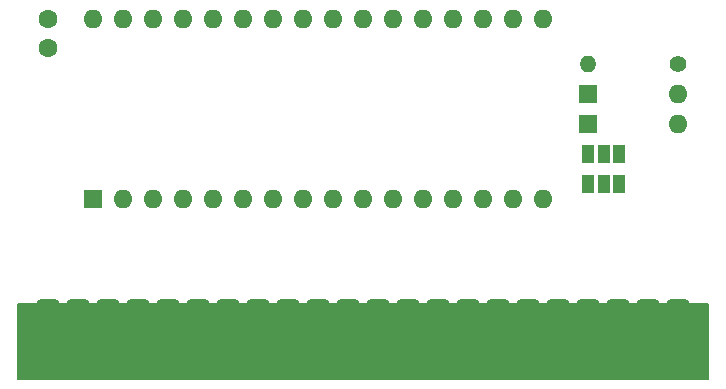
<source format=gbr>
%TF.GenerationSoftware,KiCad,Pcbnew,7.0.10*%
%TF.CreationDate,2024-01-06T19:25:07+00:00*%
%TF.ProjectId,v1a,7631612e-6b69-4636-9164-5f7063625858,rev?*%
%TF.SameCoordinates,Original*%
%TF.FileFunction,Soldermask,Top*%
%TF.FilePolarity,Negative*%
%FSLAX46Y46*%
G04 Gerber Fmt 4.6, Leading zero omitted, Abs format (unit mm)*
G04 Created by KiCad (PCBNEW 7.0.10) date 2024-01-06 19:25:07*
%MOMM*%
%LPD*%
G01*
G04 APERTURE LIST*
G04 Aperture macros list*
%AMRoundRect*
0 Rectangle with rounded corners*
0 $1 Rounding radius*
0 $2 $3 $4 $5 $6 $7 $8 $9 X,Y pos of 4 corners*
0 Add a 4 corners polygon primitive as box body*
4,1,4,$2,$3,$4,$5,$6,$7,$8,$9,$2,$3,0*
0 Add four circle primitives for the rounded corners*
1,1,$1+$1,$2,$3*
1,1,$1+$1,$4,$5*
1,1,$1+$1,$6,$7*
1,1,$1+$1,$8,$9*
0 Add four rect primitives between the rounded corners*
20,1,$1+$1,$2,$3,$4,$5,0*
20,1,$1+$1,$4,$5,$6,$7,0*
20,1,$1+$1,$6,$7,$8,$9,0*
20,1,$1+$1,$8,$9,$2,$3,0*%
G04 Aperture macros list end*
%ADD10C,0.150000*%
%ADD11R,1.600000X1.600000*%
%ADD12O,1.600000X1.600000*%
%ADD13C,1.600000*%
%ADD14R,1.000000X1.500000*%
%ADD15RoundRect,0.508000X-0.508000X-2.464500X0.508000X-2.464500X0.508000X2.464500X-0.508000X2.464500X0*%
%ADD16RoundRect,0.508000X-0.508000X-2.468000X0.508000X-2.468000X0.508000X2.468000X-0.508000X2.468000X0*%
%ADD17C,1.400000*%
%ADD18O,1.400000X1.400000*%
G04 APERTURE END LIST*
D10*
X40640000Y-88900000D02*
X99060000Y-88900000D01*
X99060000Y-95250000D01*
X40640000Y-95250000D01*
X40640000Y-88900000D01*
G36*
X40640000Y-88900000D02*
G01*
X99060000Y-88900000D01*
X99060000Y-95250000D01*
X40640000Y-95250000D01*
X40640000Y-88900000D01*
G37*
D11*
%TO.C,D1*%
X88874600Y-73660000D03*
D12*
X96494600Y-73660000D03*
%TD*%
D13*
%TO.C,C1*%
X43180000Y-67270000D03*
X43180000Y-64770000D03*
%TD*%
D11*
%TO.C,U1*%
X46990000Y-80010000D03*
D12*
X49530000Y-80010000D03*
X52070000Y-80010000D03*
X54610000Y-80010000D03*
X57150000Y-80010000D03*
X59690000Y-80010000D03*
X62230000Y-80010000D03*
X64770000Y-80010000D03*
X67310000Y-80010000D03*
X69850000Y-80010000D03*
X72390000Y-80010000D03*
X74930000Y-80010000D03*
X77470000Y-80010000D03*
X80010000Y-80010000D03*
X82550000Y-80010000D03*
X85090000Y-80010000D03*
X85090000Y-64770000D03*
X82550000Y-64770000D03*
X80010000Y-64770000D03*
X77470000Y-64770000D03*
X74930000Y-64770000D03*
X72390000Y-64770000D03*
X69850000Y-64770000D03*
X67310000Y-64770000D03*
X64770000Y-64770000D03*
X62230000Y-64770000D03*
X59690000Y-64770000D03*
X57150000Y-64770000D03*
X54610000Y-64770000D03*
X52070000Y-64770000D03*
X49530000Y-64770000D03*
X46990000Y-64770000D03*
%TD*%
D14*
%TO.C,JP1*%
X88900000Y-76200000D03*
X90200000Y-76200000D03*
X91500000Y-76200000D03*
%TD*%
D11*
%TO.C,D2*%
X88874600Y-71120000D03*
D12*
X96494600Y-71120000D03*
%TD*%
D14*
%TO.C,JP2*%
X88900000Y-78740000D03*
X90200000Y-78740000D03*
X91500000Y-78740000D03*
%TD*%
D15*
%TO.C,J1*%
X43180000Y-91440000D03*
X45720000Y-91440000D03*
X48260000Y-91440000D03*
X50800000Y-91440000D03*
X53340000Y-91440000D03*
X55880000Y-91440000D03*
D16*
X58420000Y-91443500D03*
X60960000Y-91443500D03*
D15*
X63500000Y-91440000D03*
X66040000Y-91440000D03*
X68580000Y-91440000D03*
X71120000Y-91440000D03*
X73660000Y-91440000D03*
X76200000Y-91440000D03*
D16*
X78740000Y-91443500D03*
D15*
X81280000Y-91440000D03*
X83820000Y-91440000D03*
D16*
X86360000Y-91443500D03*
D15*
X88900000Y-91440000D03*
X91440000Y-91440000D03*
X93980000Y-91440000D03*
X96520000Y-91440000D03*
%TD*%
D17*
%TO.C,R1*%
X96520000Y-68580000D03*
D18*
X88900000Y-68580000D03*
%TD*%
M02*

</source>
